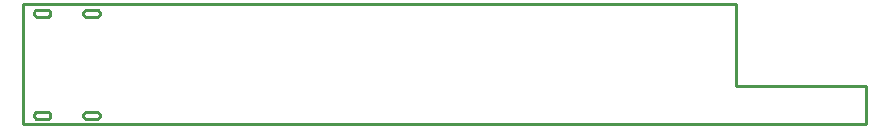
<source format=gbr>
G04 EAGLE Gerber RS-274X export*
G75*
%MOMM*%
%FSLAX34Y34*%
%LPD*%
%IN*%
%IPPOS*%
%AMOC8*
5,1,8,0,0,1.08239X$1,22.5*%
G01*
G04 Define Apertures*
%ADD10C,0.254000*%
D10*
X0Y-50800D02*
X713740Y-50800D01*
X713740Y-17958D01*
X604012Y-17958D01*
X604012Y50800D01*
X0Y50800D01*
X0Y-50800D01*
X54310Y-46200D02*
X62310Y-46200D01*
X62571Y-46189D01*
X62831Y-46154D01*
X63086Y-46098D01*
X63336Y-46019D01*
X63578Y-45919D01*
X63810Y-45798D01*
X64031Y-45657D01*
X64238Y-45498D01*
X64431Y-45321D01*
X64608Y-45128D01*
X64767Y-44921D01*
X64908Y-44700D01*
X65029Y-44468D01*
X65129Y-44226D01*
X65208Y-43976D01*
X65264Y-43721D01*
X65299Y-43461D01*
X65310Y-43200D01*
X65299Y-42939D01*
X65264Y-42679D01*
X65208Y-42424D01*
X65129Y-42174D01*
X65029Y-41932D01*
X64908Y-41700D01*
X64767Y-41479D01*
X64608Y-41272D01*
X64431Y-41079D01*
X64238Y-40902D01*
X64031Y-40743D01*
X63810Y-40602D01*
X63578Y-40481D01*
X63336Y-40381D01*
X63086Y-40302D01*
X62831Y-40246D01*
X62571Y-40211D01*
X62310Y-40200D01*
X54310Y-40200D01*
X54049Y-40211D01*
X53789Y-40246D01*
X53534Y-40302D01*
X53284Y-40381D01*
X53042Y-40481D01*
X52810Y-40602D01*
X52589Y-40743D01*
X52382Y-40902D01*
X52189Y-41079D01*
X52012Y-41272D01*
X51853Y-41479D01*
X51712Y-41700D01*
X51591Y-41932D01*
X51491Y-42174D01*
X51412Y-42424D01*
X51356Y-42679D01*
X51321Y-42939D01*
X51310Y-43200D01*
X51321Y-43461D01*
X51356Y-43721D01*
X51412Y-43976D01*
X51491Y-44226D01*
X51591Y-44468D01*
X51712Y-44700D01*
X51853Y-44921D01*
X52012Y-45128D01*
X52189Y-45321D01*
X52382Y-45498D01*
X52589Y-45657D01*
X52810Y-45798D01*
X53042Y-45919D01*
X53284Y-46019D01*
X53534Y-46098D01*
X53789Y-46154D01*
X54049Y-46189D01*
X54310Y-46200D01*
X54310Y40200D02*
X62310Y40200D01*
X62571Y40211D01*
X62831Y40246D01*
X63086Y40302D01*
X63336Y40381D01*
X63578Y40481D01*
X63810Y40602D01*
X64031Y40743D01*
X64238Y40902D01*
X64431Y41079D01*
X64608Y41272D01*
X64767Y41479D01*
X64908Y41700D01*
X65029Y41932D01*
X65129Y42174D01*
X65208Y42424D01*
X65264Y42679D01*
X65299Y42939D01*
X65310Y43200D01*
X65299Y43461D01*
X65264Y43721D01*
X65208Y43976D01*
X65129Y44226D01*
X65029Y44468D01*
X64908Y44700D01*
X64767Y44921D01*
X64608Y45128D01*
X64431Y45321D01*
X64238Y45498D01*
X64031Y45657D01*
X63810Y45798D01*
X63578Y45919D01*
X63336Y46019D01*
X63086Y46098D01*
X62831Y46154D01*
X62571Y46189D01*
X62310Y46200D01*
X54310Y46200D01*
X54049Y46189D01*
X53789Y46154D01*
X53534Y46098D01*
X53284Y46019D01*
X53042Y45919D01*
X52810Y45798D01*
X52589Y45657D01*
X52382Y45498D01*
X52189Y45321D01*
X52012Y45128D01*
X51853Y44921D01*
X51712Y44700D01*
X51591Y44468D01*
X51491Y44226D01*
X51412Y43976D01*
X51356Y43721D01*
X51321Y43461D01*
X51310Y43200D01*
X51321Y42939D01*
X51356Y42679D01*
X51412Y42424D01*
X51491Y42174D01*
X51591Y41932D01*
X51712Y41700D01*
X51853Y41479D01*
X52012Y41272D01*
X52189Y41079D01*
X52382Y40902D01*
X52589Y40743D01*
X52810Y40602D01*
X53042Y40481D01*
X53284Y40381D01*
X53534Y40302D01*
X53789Y40246D01*
X54049Y40211D01*
X54310Y40200D01*
X12510Y40200D02*
X20510Y40200D01*
X20771Y40211D01*
X21031Y40246D01*
X21286Y40302D01*
X21536Y40381D01*
X21778Y40481D01*
X22010Y40602D01*
X22231Y40743D01*
X22438Y40902D01*
X22631Y41079D01*
X22808Y41272D01*
X22967Y41479D01*
X23108Y41700D01*
X23229Y41932D01*
X23329Y42174D01*
X23408Y42424D01*
X23464Y42679D01*
X23499Y42939D01*
X23510Y43200D01*
X23499Y43461D01*
X23464Y43721D01*
X23408Y43976D01*
X23329Y44226D01*
X23229Y44468D01*
X23108Y44700D01*
X22967Y44921D01*
X22808Y45128D01*
X22631Y45321D01*
X22438Y45498D01*
X22231Y45657D01*
X22010Y45798D01*
X21778Y45919D01*
X21536Y46019D01*
X21286Y46098D01*
X21031Y46154D01*
X20771Y46189D01*
X20510Y46200D01*
X12510Y46200D01*
X12249Y46189D01*
X11989Y46154D01*
X11734Y46098D01*
X11484Y46019D01*
X11242Y45919D01*
X11010Y45798D01*
X10789Y45657D01*
X10582Y45498D01*
X10389Y45321D01*
X10212Y45128D01*
X10053Y44921D01*
X9912Y44700D01*
X9791Y44468D01*
X9691Y44226D01*
X9612Y43976D01*
X9556Y43721D01*
X9521Y43461D01*
X9510Y43200D01*
X9521Y42939D01*
X9556Y42679D01*
X9612Y42424D01*
X9691Y42174D01*
X9791Y41932D01*
X9912Y41700D01*
X10053Y41479D01*
X10212Y41272D01*
X10389Y41079D01*
X10582Y40902D01*
X10789Y40743D01*
X11010Y40602D01*
X11242Y40481D01*
X11484Y40381D01*
X11734Y40302D01*
X11989Y40246D01*
X12249Y40211D01*
X12510Y40200D01*
X12510Y-46200D02*
X20510Y-46200D01*
X20771Y-46189D01*
X21031Y-46154D01*
X21286Y-46098D01*
X21536Y-46019D01*
X21778Y-45919D01*
X22010Y-45798D01*
X22231Y-45657D01*
X22438Y-45498D01*
X22631Y-45321D01*
X22808Y-45128D01*
X22967Y-44921D01*
X23108Y-44700D01*
X23229Y-44468D01*
X23329Y-44226D01*
X23408Y-43976D01*
X23464Y-43721D01*
X23499Y-43461D01*
X23510Y-43200D01*
X23499Y-42939D01*
X23464Y-42679D01*
X23408Y-42424D01*
X23329Y-42174D01*
X23229Y-41932D01*
X23108Y-41700D01*
X22967Y-41479D01*
X22808Y-41272D01*
X22631Y-41079D01*
X22438Y-40902D01*
X22231Y-40743D01*
X22010Y-40602D01*
X21778Y-40481D01*
X21536Y-40381D01*
X21286Y-40302D01*
X21031Y-40246D01*
X20771Y-40211D01*
X20510Y-40200D01*
X12510Y-40200D01*
X12249Y-40211D01*
X11989Y-40246D01*
X11734Y-40302D01*
X11484Y-40381D01*
X11242Y-40481D01*
X11010Y-40602D01*
X10789Y-40743D01*
X10582Y-40902D01*
X10389Y-41079D01*
X10212Y-41272D01*
X10053Y-41479D01*
X9912Y-41700D01*
X9791Y-41932D01*
X9691Y-42174D01*
X9612Y-42424D01*
X9556Y-42679D01*
X9521Y-42939D01*
X9510Y-43200D01*
X9521Y-43461D01*
X9556Y-43721D01*
X9612Y-43976D01*
X9691Y-44226D01*
X9791Y-44468D01*
X9912Y-44700D01*
X10053Y-44921D01*
X10212Y-45128D01*
X10389Y-45321D01*
X10582Y-45498D01*
X10789Y-45657D01*
X11010Y-45798D01*
X11242Y-45919D01*
X11484Y-46019D01*
X11734Y-46098D01*
X11989Y-46154D01*
X12249Y-46189D01*
X12510Y-46200D01*
M02*

</source>
